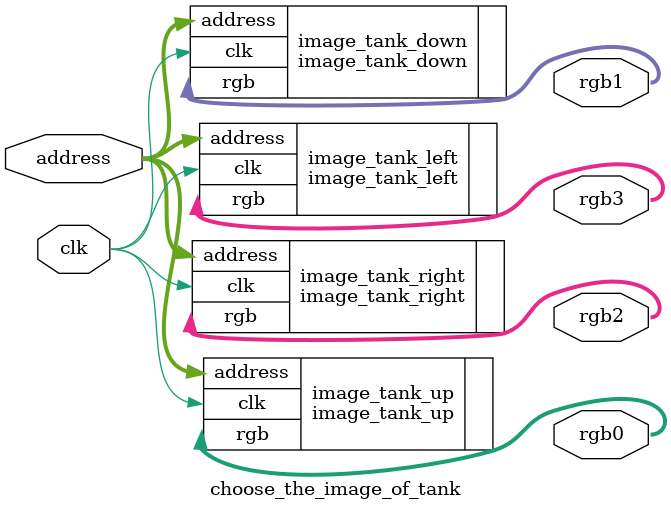
<source format=v>
`timescale 1ns / 1ps
/*
Authors:
Orze³ £ukasz
wiebocki Jakub
*/

module choose_the_image_of_tank(
    input wire clk,
    input wire [11:0] address,
    
    output wire [11:0] rgb0,
    output wire [11:0] rgb1,
    output wire [11:0] rgb2,
    output wire [11:0] rgb3
);
    
image_tank_up    image_tank_up   (.clk(clk), .address(address), .rgb(rgb0));
image_tank_down  image_tank_down (.clk(clk), .address(address), .rgb(rgb1));
image_tank_right image_tank_right (.clk(clk), .address(address), .rgb(rgb2));
image_tank_left  image_tank_left (.clk(clk), .address(address), .rgb(rgb3));

endmodule

</source>
